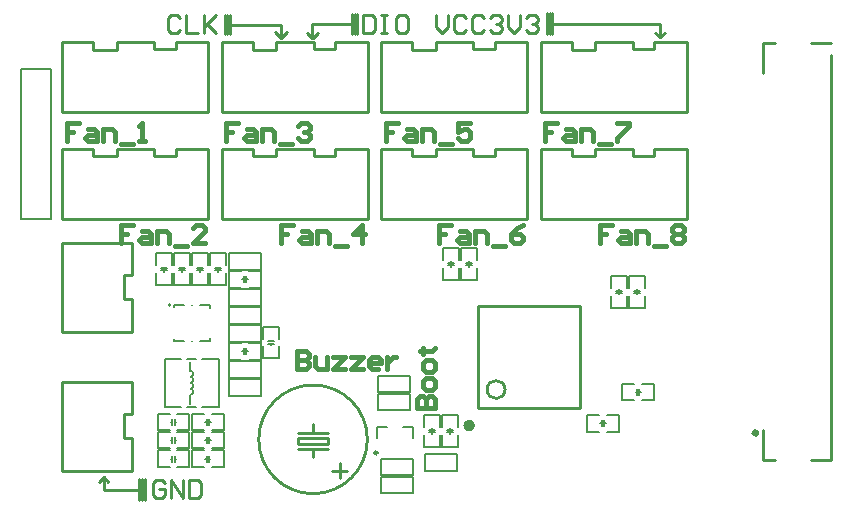
<source format=gto>
G04*
G04 #@! TF.GenerationSoftware,Altium Limited,Altium Designer,24.0.1 (36)*
G04*
G04 Layer_Color=65535*
%FSLAX44Y44*%
%MOMM*%
G71*
G04*
G04 #@! TF.SameCoordinates,3FE1674D-11C2-4531-B8C6-FC8791136C40*
G04*
G04*
G04 #@! TF.FilePolarity,Positive*
G04*
G01*
G75*
%ADD10C,0.2540*%
%ADD11C,0.2500*%
%ADD12C,0.5080*%
%ADD13C,0.5000*%
%ADD14C,0.1500*%
%ADD15C,0.2032*%
%ADD16C,0.1524*%
%ADD17C,0.2000*%
%ADD18C,0.3810*%
D10*
X774448Y416306D02*
G03*
X774448Y416306I-46000J0D01*
G01*
X891032Y458470D02*
G03*
X891032Y458470I-7620J0D01*
G01*
X744728Y389636D02*
X757428D01*
X751078Y383286D02*
Y395986D01*
X728218Y401066D02*
Y407948D01*
Y423158D02*
Y429006D01*
X740917Y417576D02*
X740919Y412496D01*
X715518Y407948D02*
X740918D01*
X715518Y412496D02*
X715518Y417576D01*
Y421888D02*
X740918Y421888D01*
X715518Y412496D02*
X740919D01*
X715518Y417576D02*
X740917D01*
X581406Y364871D02*
Y382905D01*
X583692Y364871D02*
Y382905D01*
X547624Y380238D02*
X551434Y384048D01*
X555244Y380238D01*
X551434Y373761D02*
Y383794D01*
Y373761D02*
X585978D01*
Y364744D02*
Y382778D01*
X931164Y759206D02*
Y776986D01*
X928878Y759206D02*
Y776986D01*
X1022604Y756666D02*
X1026414Y760476D01*
X1022350Y756666D02*
X1022604D01*
X1018286Y760730D02*
X1022350Y756666D01*
Y767588D01*
X1021842Y768096D02*
X1022350Y767588D01*
X926592Y768096D02*
X1021842D01*
X926592Y759206D02*
Y776986D01*
X658114Y759079D02*
Y775589D01*
X655828Y759079D02*
Y775589D01*
X701294Y756158D02*
X706374Y761238D01*
X695960Y761492D02*
X701294Y756158D01*
Y767080D01*
X700913Y767461D02*
X701294Y767080D01*
X653542Y767461D02*
X700913D01*
X653542Y759206D02*
Y775716D01*
X761492Y759714D02*
Y776224D01*
X763778Y759714D02*
Y776224D01*
X728218Y756158D02*
X732536Y760476D01*
X727964Y756158D02*
X728218D01*
X723646Y760476D02*
X727964Y756158D01*
Y767842D01*
X728218Y768096D01*
X765937D01*
X766064Y767969D01*
Y759714D02*
Y767969D01*
Y759714D02*
Y776224D01*
X562102Y656082D02*
Y662178D01*
X593852Y656336D02*
Y662178D01*
X562102D02*
X593852D01*
X612394Y662432D02*
X639826D01*
X516128Y662178D02*
X542544D01*
X516128Y602996D02*
X639826D01*
X516128D02*
Y662178D01*
X639826Y602996D02*
Y662432D01*
X542544Y656082D02*
Y662178D01*
Y656082D02*
X562102D01*
X612394Y656336D02*
Y662432D01*
X593852Y656336D02*
X612394D01*
X967232Y656082D02*
Y662178D01*
X998982Y656336D02*
Y662178D01*
X967232D02*
X998982D01*
X1017524Y662432D02*
X1044956D01*
X921258Y662178D02*
X947674D01*
X921258Y602996D02*
X1044956D01*
X921258D02*
Y662178D01*
X1044956Y602996D02*
Y662432D01*
X947674Y656082D02*
Y662178D01*
Y656082D02*
X967232D01*
X1017524Y656336D02*
Y662432D01*
X998982Y656336D02*
X1017524D01*
X868172Y443230D02*
X954532Y443230D01*
X868172Y529590D02*
X954532D01*
X868172Y443230D02*
Y529590D01*
X954532D02*
X954532Y443230D01*
X1109568Y726490D02*
Y751890D01*
X1119728D01*
X1150208D02*
X1166718D01*
Y399190D02*
Y741890D01*
X1150208Y399190D02*
X1166718D01*
X1109568D02*
Y424590D01*
Y399190D02*
X1119728D01*
X516128Y582904D02*
X574878D01*
X516128Y507466D02*
X574878D01*
X516128D02*
Y582904D01*
X568452Y535305D02*
X574878D01*
Y555498D02*
Y582904D01*
X568452Y555498D02*
X574878D01*
Y515290D02*
Y535305D01*
Y507466D02*
Y515290D01*
X568452Y535305D02*
Y555498D01*
X562102Y746252D02*
Y752348D01*
X593852Y746506D02*
Y752348D01*
X562102D02*
X593852D01*
X612394Y752602D02*
X639826D01*
X516128Y752348D02*
X542544D01*
X516128Y693166D02*
X639826D01*
X516128D02*
Y752348D01*
X639826Y693166D02*
Y752602D01*
X542544Y746252D02*
Y752348D01*
Y746252D02*
X562102D01*
X612394Y746506D02*
Y752602D01*
X593852Y746506D02*
X612394D01*
X967232Y746252D02*
Y752348D01*
X998982Y746506D02*
Y752348D01*
X967232D02*
X998982D01*
X1017524Y752602D02*
X1044956D01*
X921258Y752348D02*
X947674D01*
X921258Y693166D02*
X1044956D01*
X921258D02*
Y752348D01*
X1044956Y693166D02*
Y752602D01*
X947674Y746252D02*
Y752348D01*
Y746252D02*
X967232D01*
X1017524Y746506D02*
Y752602D01*
X998982Y746506D02*
X1017524D01*
X832189Y656082D02*
Y662178D01*
X863939Y656336D02*
Y662178D01*
X832189D02*
X863939D01*
X882481Y662432D02*
X909913D01*
X786215Y662178D02*
X812631D01*
X786215Y602996D02*
X909913D01*
X786215D02*
Y662178D01*
X909913Y602996D02*
Y662432D01*
X812631Y656082D02*
Y662178D01*
Y656082D02*
X832189D01*
X882481Y656336D02*
Y662432D01*
X863939Y656336D02*
X882481D01*
X832189Y746252D02*
Y752348D01*
X863939Y746506D02*
Y752348D01*
X832189D02*
X863939D01*
X882481Y752602D02*
X909913D01*
X786215Y752348D02*
X812631D01*
X786215Y693166D02*
X909913D01*
X786215D02*
Y752348D01*
X909913Y693166D02*
Y752602D01*
X812631Y746252D02*
Y752348D01*
Y746252D02*
X832189D01*
X882481Y746506D02*
Y752602D01*
X863939Y746506D02*
X882481D01*
X697145Y656082D02*
Y662178D01*
X728895Y656336D02*
Y662178D01*
X697145D02*
X728895D01*
X747437Y662432D02*
X774869D01*
X651171Y662178D02*
X677587D01*
X651171Y602996D02*
X774869D01*
X651171D02*
Y662178D01*
X774869Y602996D02*
Y662432D01*
X677587Y656082D02*
Y662178D01*
Y656082D02*
X697145D01*
X747437Y656336D02*
Y662432D01*
X728895Y656336D02*
X747437D01*
X697145Y746252D02*
Y752348D01*
X728895Y746506D02*
Y752348D01*
X697145D02*
X728895D01*
X747437Y752602D02*
X774869D01*
X651171Y752348D02*
X677587D01*
X651171Y693166D02*
X774869D01*
X651171D02*
Y752348D01*
X774869Y693166D02*
Y752602D01*
X677587Y746252D02*
Y752348D01*
Y746252D02*
X697145D01*
X747437Y746506D02*
Y752602D01*
X728895Y746506D02*
X747437D01*
X516128Y464794D02*
X574878D01*
X516128Y389356D02*
X574878D01*
X516128D02*
Y464794D01*
X568452Y417195D02*
X574878D01*
Y437388D02*
Y464794D01*
X568452Y437388D02*
X574878D01*
Y397180D02*
Y417195D01*
Y389356D02*
Y397180D01*
X568452Y417195D02*
Y437388D01*
X602993Y379218D02*
X600453Y381757D01*
X595375D01*
X592836Y379218D01*
Y369061D01*
X595375Y366522D01*
X600453D01*
X602993Y369061D01*
Y374140D01*
X597914D01*
X608071Y366522D02*
Y381757D01*
X618228Y366522D01*
Y381757D01*
X623306D02*
Y366522D01*
X630924D01*
X633463Y369061D01*
Y379218D01*
X630924Y381757D01*
X623306D01*
X832866Y775457D02*
Y765300D01*
X837944Y760222D01*
X843023Y765300D01*
Y775457D01*
X858258Y772918D02*
X855719Y775457D01*
X850640D01*
X848101Y772918D01*
Y762761D01*
X850640Y760222D01*
X855719D01*
X858258Y762761D01*
X873493Y772918D02*
X870954Y775457D01*
X865875D01*
X863336Y772918D01*
Y762761D01*
X865875Y760222D01*
X870954D01*
X873493Y762761D01*
X878571Y772918D02*
X881110Y775457D01*
X886189D01*
X888728Y772918D01*
Y770379D01*
X886189Y767840D01*
X883650D01*
X886189D01*
X888728Y765300D01*
Y762761D01*
X886189Y760222D01*
X881110D01*
X878571Y762761D01*
X893806Y775457D02*
Y765300D01*
X898885Y760222D01*
X903963Y765300D01*
Y775457D01*
X909041Y772918D02*
X911581Y775457D01*
X916659D01*
X919198Y772918D01*
Y770379D01*
X916659Y767840D01*
X914120D01*
X916659D01*
X919198Y765300D01*
Y762761D01*
X916659Y760222D01*
X911581D01*
X909041Y762761D01*
X615693Y773426D02*
X613153Y775965D01*
X608075D01*
X605536Y773426D01*
Y763269D01*
X608075Y760730D01*
X613153D01*
X615693Y763269D01*
X620771Y775965D02*
Y760730D01*
X630928D01*
X636006Y775965D02*
Y760730D01*
Y765808D01*
X646163Y775965D01*
X638545Y768347D01*
X646163Y760730D01*
X771144Y775965D02*
Y760730D01*
X778762D01*
X781301Y763269D01*
Y773426D01*
X778762Y775965D01*
X771144D01*
X786379D02*
X791457D01*
X788918D01*
Y760730D01*
X786379D01*
X791457D01*
X806693Y775965D02*
X801614D01*
X799075Y773426D01*
Y763269D01*
X801614Y760730D01*
X806693D01*
X809232Y763269D01*
Y773426D01*
X806693Y775965D01*
D11*
X783064Y404876D02*
G03*
X783064Y404876I-1250J0D01*
G01*
D12*
X863052Y427990D02*
G03*
X863052Y427990I-2500J0D01*
G01*
D13*
X1103868Y421660D02*
G03*
X1103868Y421660I-1000J0D01*
G01*
D14*
X607555Y530097D02*
G03*
X607555Y530097I-749J0D01*
G01*
X625862Y529820D02*
X625880D01*
X610871Y499820D02*
Y501328D01*
Y499820D02*
X619380D01*
X625862D02*
X625880D01*
X632362D02*
X640871D01*
X632363Y529820D02*
X640871D01*
X610871D02*
X619380D01*
X610871Y528311D02*
Y529820D01*
X640871Y499820D02*
Y501878D01*
Y527761D02*
Y529820D01*
D15*
X624587Y453899D02*
G03*
X624587Y458979I0J2540D01*
G01*
Y469139D02*
G03*
X624587Y474219I0J2540D01*
G01*
Y458979D02*
G03*
X624587Y464059I0J2540D01*
G01*
D02*
G03*
X624587Y469139I0J2540D01*
G01*
X622046Y443738D02*
X629666D01*
X622046Y484378D02*
X629666D01*
X624587Y474219D02*
Y481838D01*
Y446278D02*
Y453899D01*
X634746Y484378D02*
X648716D01*
Y443738D02*
Y484378D01*
X634746Y443738D02*
X648716D01*
X602996D02*
X616966D01*
X602996D02*
Y484378D01*
X616966D01*
D16*
X785876Y386080D02*
Y399796D01*
X812800D01*
Y386080D02*
Y399796D01*
X785876Y386080D02*
X812800D01*
X785876Y370586D02*
Y384302D01*
X812800D01*
Y370586D02*
Y384302D01*
X785876Y370586D02*
X812800D01*
X810768Y440944D02*
Y454660D01*
X783844Y440944D02*
X810768D01*
X783844D02*
Y454660D01*
X810768D01*
Y456438D02*
Y470154D01*
X783844Y456438D02*
X810768D01*
X783844D02*
Y470154D01*
X810768D01*
X850392Y389890D02*
Y403606D01*
X823468Y389890D02*
X850392D01*
X823468D02*
Y403606D01*
X850392D01*
X652780Y393192D02*
Y406908D01*
X625856Y393192D02*
Y406908D01*
X642620D02*
X652780D01*
X625856Y393192D02*
X636016D01*
X642620D02*
X652780D01*
X625856Y406908D02*
X636016D01*
X640334Y400050D02*
X641604D01*
X637032D02*
X638302D01*
Y397510D02*
Y402590D01*
X640334Y397510D02*
Y402590D01*
X987298Y422910D02*
Y436626D01*
X960374Y422910D02*
Y436626D01*
X977138D02*
X987298D01*
X960374Y422910D02*
X970534D01*
X977138D02*
X987298D01*
X960374Y436626D02*
X970534D01*
X974852Y429768D02*
X976122D01*
X971550D02*
X972820D01*
Y427228D02*
Y432308D01*
X974852Y427228D02*
Y432308D01*
X657214Y453390D02*
Y467106D01*
X684138D01*
Y453390D02*
Y467106D01*
X657214Y453390D02*
X684138D01*
X684138Y544830D02*
Y558546D01*
X657214Y544830D02*
Y558546D01*
X673978D02*
X684138D01*
X657214Y544830D02*
X667374D01*
X673978D02*
X684138D01*
X657214Y558546D02*
X667374D01*
X671692Y551688D02*
X672962D01*
X668390D02*
X669660D01*
Y549148D02*
Y554228D01*
X671692Y549148D02*
Y554228D01*
X684138Y529590D02*
Y543306D01*
X657214Y529590D02*
X684138D01*
X657214D02*
Y543306D01*
X684138D01*
X652918Y408940D02*
Y422656D01*
X625994Y408940D02*
Y422656D01*
X642758D02*
X652918D01*
X625994Y408940D02*
X636154D01*
X642758D02*
X652918D01*
X625994Y422656D02*
X636154D01*
X640472Y415798D02*
X641742D01*
X637170D02*
X638440D01*
Y413258D02*
Y418338D01*
X640472Y413258D02*
Y418338D01*
X652918Y424180D02*
Y437896D01*
X625994Y424180D02*
Y437896D01*
X642758D02*
X652918D01*
X625994Y424180D02*
X636154D01*
X642758D02*
X652918D01*
X625994Y437896D02*
X636154D01*
X640472Y431038D02*
X641742D01*
X637170D02*
X638440D01*
Y428498D02*
Y433578D01*
X640472Y428498D02*
Y433578D01*
X596784Y408940D02*
Y422656D01*
X623708Y408940D02*
Y422656D01*
X596784Y408940D02*
X606944D01*
X613548Y422656D02*
X623708D01*
X596784D02*
X606944D01*
X613548Y408940D02*
X623708D01*
X607960Y415798D02*
X609230D01*
X611262D02*
X612532D01*
X611262Y413258D02*
Y418338D01*
X609230Y413258D02*
Y418338D01*
X596784Y424180D02*
Y437896D01*
X623708Y424180D02*
Y437896D01*
X596784Y424180D02*
X606944D01*
X613548Y437896D02*
X623708D01*
X596784D02*
X606944D01*
X613548Y424180D02*
X623708D01*
X607960Y431038D02*
X609230D01*
X611262D02*
X612532D01*
X611262Y428498D02*
Y433578D01*
X609230Y428498D02*
Y433578D01*
X595376Y573786D02*
X609092D01*
X595376Y546862D02*
X609092D01*
X595376Y563626D02*
Y573786D01*
X609092Y546862D02*
Y557022D01*
Y563626D02*
Y573786D01*
X595376Y546862D02*
Y557022D01*
X602234Y561340D02*
Y562610D01*
Y558038D02*
Y559308D01*
X599694D02*
X604774D01*
X599694Y561340D02*
X604774D01*
X610616Y573786D02*
X624332D01*
X610616Y546862D02*
X624332D01*
X610616Y563626D02*
Y573786D01*
X624332Y546862D02*
Y557022D01*
Y563626D02*
Y573786D01*
X610616Y546862D02*
Y557022D01*
X617474Y561340D02*
Y562610D01*
Y558038D02*
Y559308D01*
X614934D02*
X620014D01*
X614934Y561340D02*
X620014D01*
X641350Y573786D02*
X655066D01*
X641350Y546862D02*
X655066D01*
X641350Y563626D02*
Y573786D01*
X655066Y546862D02*
Y557022D01*
Y563626D02*
Y573786D01*
X641350Y546862D02*
Y557022D01*
X648208Y561340D02*
Y562610D01*
Y558038D02*
Y559308D01*
X645668D02*
X650748D01*
X645668Y561340D02*
X650748D01*
X626110Y573786D02*
X639826D01*
X626110Y546862D02*
X639826D01*
X626110Y563626D02*
Y573786D01*
X639826Y546862D02*
Y557022D01*
Y563626D02*
Y573786D01*
X626110Y546862D02*
Y557022D01*
X632968Y561340D02*
Y562610D01*
Y558038D02*
Y559308D01*
X630428D02*
X635508D01*
X630428Y561340D02*
X635508D01*
X657214Y499110D02*
Y512826D01*
X684138D01*
Y499110D02*
Y512826D01*
X657214Y499110D02*
X684138D01*
X657214Y560070D02*
Y573786D01*
X684138D01*
Y560070D02*
Y573786D01*
X657214Y560070D02*
X684138D01*
X657214Y514350D02*
Y528066D01*
X684138D01*
Y514350D02*
Y528066D01*
X657214Y514350D02*
X684138D01*
X657214Y468630D02*
Y482346D01*
X684138D01*
Y468630D02*
Y482346D01*
X657214Y468630D02*
X684138D01*
Y483870D02*
Y497586D01*
X657214Y483870D02*
Y497586D01*
X673978D02*
X684138D01*
X657214Y483870D02*
X667374D01*
X673978D02*
X684138D01*
X657214Y497586D02*
X667374D01*
X671692Y490728D02*
X672962D01*
X668390D02*
X669660D01*
Y488188D02*
Y493268D01*
X671692Y488188D02*
Y493268D01*
X686308Y484886D02*
X700024D01*
X686308Y511810D02*
X700024D01*
Y484886D02*
Y495046D01*
X686308Y501650D02*
Y511810D01*
Y484886D02*
Y495046D01*
X700024Y501650D02*
Y511810D01*
X693166Y496062D02*
Y497332D01*
Y499364D02*
Y500634D01*
X690626Y499364D02*
X695706D01*
X690626Y497332D02*
X695706D01*
X822452Y436996D02*
X836168D01*
X822452Y410072D02*
X836168D01*
X822452Y426836D02*
Y436996D01*
X836168Y410072D02*
Y420232D01*
Y426836D02*
Y436996D01*
X822452Y410072D02*
Y420232D01*
X829310Y424550D02*
Y425820D01*
Y421248D02*
Y422518D01*
X826770D02*
X831850D01*
X826770Y424550D02*
X831850D01*
X837692Y436996D02*
X851408D01*
X837692Y410072D02*
X851408D01*
X837692Y426836D02*
Y436996D01*
X851408Y410072D02*
Y420232D01*
Y426836D02*
Y436996D01*
X837692Y410072D02*
Y420232D01*
X844550Y424550D02*
Y425820D01*
Y421248D02*
Y422518D01*
X842010D02*
X847090D01*
X842010Y424550D02*
X847090D01*
X838454Y578104D02*
X852170D01*
X838454Y551180D02*
X852170D01*
X838454Y567944D02*
Y578104D01*
X852170Y551180D02*
Y561340D01*
Y567944D02*
Y578104D01*
X838454Y551180D02*
Y561340D01*
X845312Y565658D02*
Y566928D01*
Y562356D02*
Y563626D01*
X842772D02*
X847852D01*
X842772Y565658D02*
X847852D01*
X853694Y578104D02*
X867410D01*
X853694Y551180D02*
X867410D01*
X853694Y567944D02*
Y578104D01*
X867410Y551180D02*
Y561340D01*
Y567944D02*
Y578104D01*
X853694Y551180D02*
Y561340D01*
X860552Y565658D02*
Y566928D01*
Y562356D02*
Y563626D01*
X858012D02*
X863092D01*
X858012Y565658D02*
X863092D01*
X980948Y554736D02*
X994664D01*
X980948Y527812D02*
X994664D01*
X980948Y544576D02*
Y554736D01*
X994664Y527812D02*
Y537972D01*
Y544576D02*
Y554736D01*
X980948Y527812D02*
Y537972D01*
X987806Y542290D02*
Y543560D01*
Y538988D02*
Y540258D01*
X985266D02*
X990346D01*
X985266Y542290D02*
X990346D01*
X996188Y554736D02*
X1009904D01*
X996188Y527812D02*
X1009904D01*
X996188Y544576D02*
Y554736D01*
X1009904Y527812D02*
Y537972D01*
Y544576D02*
Y554736D01*
X996188Y527812D02*
Y537972D01*
X1003046Y542290D02*
Y543560D01*
Y538988D02*
Y540258D01*
X1000506D02*
X1005586D01*
X1000506Y542290D02*
X1005586D01*
X623824Y393192D02*
Y406908D01*
X596900Y393192D02*
Y406908D01*
X613664D02*
X623824D01*
X596900Y393192D02*
X607060D01*
X613664D02*
X623824D01*
X596900Y406908D02*
X607060D01*
X611378Y400050D02*
X612648D01*
X608076D02*
X609346D01*
Y397510D02*
Y402590D01*
X611378Y397510D02*
Y402590D01*
X990346Y449326D02*
Y463042D01*
X1017270Y449326D02*
Y463042D01*
X990346Y449326D02*
X1000506D01*
X1007110Y463042D02*
X1017270D01*
X990346D02*
X1000506D01*
X1007110Y449326D02*
X1017270D01*
X1001522Y456184D02*
X1002792D01*
X1004824D02*
X1006094D01*
X1004824Y453644D02*
Y458724D01*
X1002792Y453644D02*
Y458724D01*
D17*
X804814Y427116D02*
X812814D01*
Y417116D02*
Y427116D01*
X782814D02*
X790814D01*
X782814Y417116D02*
Y427116D01*
X481584Y730250D02*
X506984D01*
Y603250D02*
Y730250D01*
X481584Y603250D02*
Y730250D01*
Y603250D02*
X506984D01*
D18*
X816615Y443230D02*
X831850D01*
Y450848D01*
X829311Y453387D01*
X826772D01*
X824232Y450848D01*
Y443230D01*
Y450848D01*
X821693Y453387D01*
X819154D01*
X816615Y450848D01*
Y443230D01*
X831850Y461004D02*
Y466083D01*
X829311Y468622D01*
X824232D01*
X821693Y466083D01*
Y461004D01*
X824232Y458465D01*
X829311D01*
X831850Y461004D01*
Y476239D02*
Y481318D01*
X829311Y483857D01*
X824232D01*
X821693Y481318D01*
Y476239D01*
X824232Y473700D01*
X829311D01*
X831850Y476239D01*
X819154Y491474D02*
X821693D01*
Y488935D01*
Y494014D01*
Y491474D01*
X829311D01*
X831850Y494014D01*
X714756Y490723D02*
Y475488D01*
X722374D01*
X724913Y478027D01*
Y480566D01*
X722374Y483106D01*
X714756D01*
X722374D01*
X724913Y485645D01*
Y488184D01*
X722374Y490723D01*
X714756D01*
X729991Y485645D02*
Y478027D01*
X732530Y475488D01*
X740148D01*
Y485645D01*
X745226D02*
X755383D01*
X745226Y475488D01*
X755383D01*
X760461Y485645D02*
X770618D01*
X760461Y475488D01*
X770618D01*
X783314D02*
X778235D01*
X775696Y478027D01*
Y483106D01*
X778235Y485645D01*
X783314D01*
X785853Y483106D01*
Y480566D01*
X775696D01*
X790931Y485645D02*
Y475488D01*
Y480566D01*
X793471Y483106D01*
X796010Y485645D01*
X798549D01*
X981453Y597402D02*
X971296D01*
Y589785D01*
X976374D01*
X971296D01*
Y582167D01*
X989070Y592324D02*
X994149D01*
X996688Y589785D01*
Y582167D01*
X989070D01*
X986531Y584706D01*
X989070Y587245D01*
X996688D01*
X1001766Y582167D02*
Y592324D01*
X1009384D01*
X1011923Y589785D01*
Y582167D01*
X1017001Y579628D02*
X1027158D01*
X1032236Y594863D02*
X1034775Y597402D01*
X1039854D01*
X1042393Y594863D01*
Y592324D01*
X1039854Y589785D01*
X1042393Y587245D01*
Y584706D01*
X1039854Y582167D01*
X1034775D01*
X1032236Y584706D01*
Y587245D01*
X1034775Y589785D01*
X1032236Y592324D01*
Y594863D01*
X1034775Y589785D02*
X1039854D01*
X845349Y597402D02*
X835192D01*
Y589785D01*
X840270D01*
X835192D01*
Y582167D01*
X852966Y592324D02*
X858045D01*
X860584Y589785D01*
Y582167D01*
X852966D01*
X850427Y584706D01*
X852966Y587245D01*
X860584D01*
X865662Y582167D02*
Y592324D01*
X873280D01*
X875819Y589785D01*
Y582167D01*
X880897Y579628D02*
X891054D01*
X906289Y597402D02*
X901211Y594863D01*
X896132Y589785D01*
Y584706D01*
X898671Y582167D01*
X903750D01*
X906289Y584706D01*
Y587245D01*
X903750Y589785D01*
X896132D01*
X711366Y597402D02*
X701209D01*
Y589785D01*
X706288D01*
X701209D01*
Y582167D01*
X718984Y592324D02*
X724062D01*
X726601Y589785D01*
Y582167D01*
X718984D01*
X716444Y584706D01*
X718984Y587245D01*
X726601D01*
X731680Y582167D02*
Y592324D01*
X739297D01*
X741836Y589785D01*
Y582167D01*
X746915Y579628D02*
X757071D01*
X769767Y582167D02*
Y597402D01*
X762150Y589785D01*
X772306D01*
X576323Y597402D02*
X566166D01*
Y589785D01*
X571244D01*
X566166D01*
Y582167D01*
X583940Y592324D02*
X589019D01*
X591558Y589785D01*
Y582167D01*
X583940D01*
X581401Y584706D01*
X583940Y587245D01*
X591558D01*
X596636Y582167D02*
Y592324D01*
X604254D01*
X606793Y589785D01*
Y582167D01*
X611871Y579628D02*
X622028D01*
X637263Y582167D02*
X627106D01*
X637263Y592324D01*
Y594863D01*
X634724Y597402D01*
X629646D01*
X627106Y594863D01*
X935225Y683762D02*
X925068D01*
Y676145D01*
X930146D01*
X925068D01*
Y668527D01*
X942842Y678684D02*
X947921D01*
X950460Y676145D01*
Y668527D01*
X942842D01*
X940303Y671066D01*
X942842Y673605D01*
X950460D01*
X955538Y668527D02*
Y678684D01*
X963156D01*
X965695Y676145D01*
Y668527D01*
X970773Y665988D02*
X980930D01*
X986008Y683762D02*
X996165D01*
Y681223D01*
X986008Y671066D01*
Y668527D01*
X800181Y683762D02*
X790025D01*
Y676145D01*
X795103D01*
X790025D01*
Y668527D01*
X807799Y678684D02*
X812877D01*
X815416Y676145D01*
Y668527D01*
X807799D01*
X805260Y671066D01*
X807799Y673605D01*
X815416D01*
X820495Y668527D02*
Y678684D01*
X828112D01*
X830651Y676145D01*
Y668527D01*
X835730Y665988D02*
X845887D01*
X861122Y683762D02*
X850965D01*
Y676145D01*
X856043Y678684D01*
X858583D01*
X861122Y676145D01*
Y671066D01*
X858583Y668527D01*
X853504D01*
X850965Y671066D01*
X665138Y683762D02*
X654981D01*
Y676145D01*
X660060D01*
X654981D01*
Y668527D01*
X672756Y678684D02*
X677834D01*
X680373Y676145D01*
Y668527D01*
X672756D01*
X670216Y671066D01*
X672756Y673605D01*
X680373D01*
X685452Y668527D02*
Y678684D01*
X693069D01*
X695608Y676145D01*
Y668527D01*
X700686Y665988D02*
X710843D01*
X715922Y681223D02*
X718461Y683762D01*
X723539D01*
X726078Y681223D01*
Y678684D01*
X723539Y676145D01*
X721000D01*
X723539D01*
X726078Y673605D01*
Y671066D01*
X723539Y668527D01*
X718461D01*
X715922Y671066D01*
X530095Y683762D02*
X519938D01*
Y676145D01*
X525016D01*
X519938D01*
Y668527D01*
X537712Y678684D02*
X542791D01*
X545330Y676145D01*
Y668527D01*
X537712D01*
X535173Y671066D01*
X537712Y673605D01*
X545330D01*
X550408Y668527D02*
Y678684D01*
X558026D01*
X560565Y676145D01*
Y668527D01*
X565643Y665988D02*
X575800D01*
X580878Y668527D02*
X585957D01*
X583418D01*
Y683762D01*
X580878Y681223D01*
M02*

</source>
